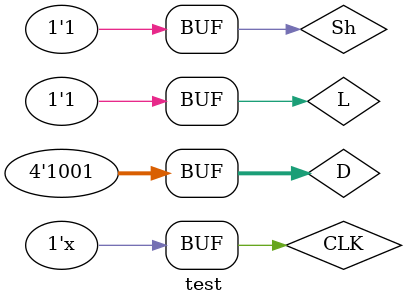
<source format=v>
module test;
    reg [3:0]D;
    reg CLK,Sh,L;
    
    wire [3:0]Q;
    
    shifter myshifter(Q,D,Sh,L,CLK);
    
    initial begin
        #0 D[0]=1'b1;D[1]=1'b0;D[2]=1'b0;D[3]=1'b1;Sh=0;L=1;CLK=0;
        #200 L=0;
        #500 Sh=1;
        #700 L=1;
    end
    always #50 CLK=~CLK;
endmodule

</source>
